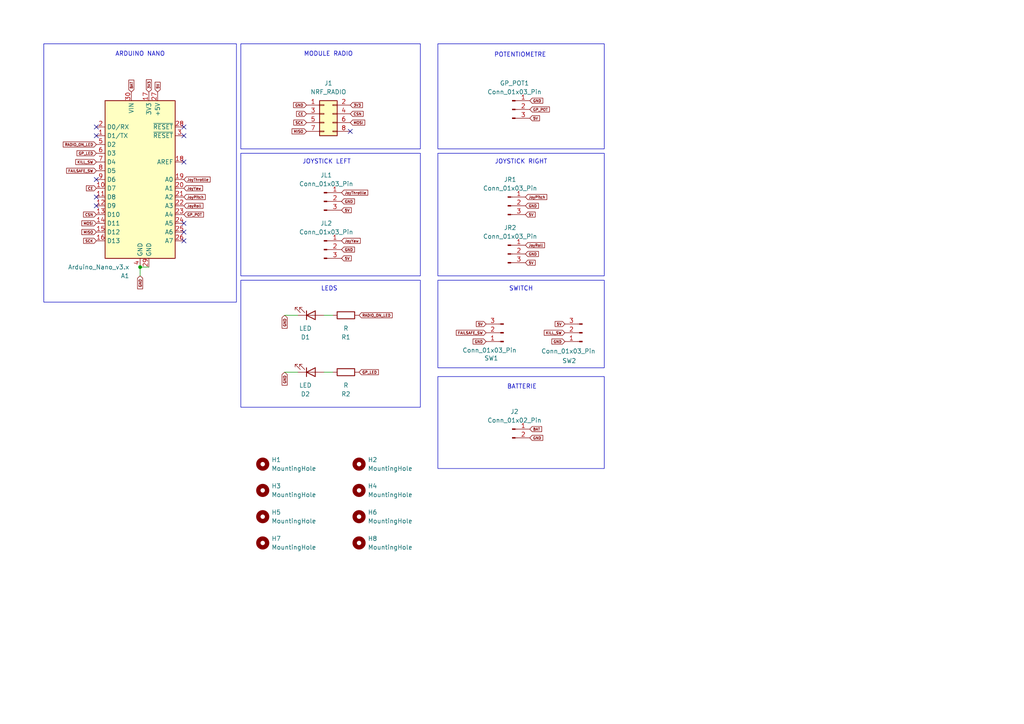
<source format=kicad_sch>
(kicad_sch (version 20250114) (generator "eeschema") (generator_version "9.0")
  (paper "A4")
  (lib_symbols
    (symbol "Connector:Conn_01x02_Pin" (pin_names (offset 1.016) (hide yes))
      (property "Reference" "J" (at 0 2.54 0))
      (property "Value" "Conn_01x02_Pin" (at 0 -5.08 0))
      (symbol "Conn_01x02_Pin_1_1"
        (rectangle (start 0.8636 0.127) (end 0 -0.127) (stroke (width 0.1524)) (fill (type outline)))
        (rectangle (start 0.8636 -2.413) (end 0 -2.667) (stroke (width 0.1524)) (fill (type outline)))
        (polyline (pts (xy 1.27 0) (xy 0.8636 0)) (stroke (width 0.1524)))
        (polyline (pts (xy 1.27 -2.54) (xy 0.8636 -2.54)) (stroke (width 0.1524)))
        (pin passive line (at 5.08 0 180) (length 3.81) (name "Pin_1") (number "1"))
        (pin passive line (at 5.08 -2.54 180) (length 3.81) (name "Pin_2") (number "2"))
      )
    )
    (symbol "Connector:Conn_01x03_Pin" (pin_names (offset 1.016) (hide yes))
      (property "Reference" "J" (at 0 5.08 0))
      (property "Value" "Conn_01x03_Pin" (at 0 -5.08 0))
      (symbol "Conn_01x03_Pin_1_1"
        (rectangle (start 0.8636 2.667) (end 0 2.413) (stroke (width 0.1524)) (fill (type outline)))
        (rectangle (start 0.8636 0.127) (end 0 -0.127) (stroke (width 0.1524)) (fill (type outline)))
        (rectangle (start 0.8636 -2.413) (end 0 -2.667) (stroke (width 0.1524)) (fill (type outline)))
        (polyline (pts (xy 1.27 2.54) (xy 0.8636 2.54)) (stroke (width 0.1524)))
        (polyline (pts (xy 1.27 0) (xy 0.8636 0)) (stroke (width 0.1524)))
        (polyline (pts (xy 1.27 -2.54) (xy 0.8636 -2.54)) (stroke (width 0.1524)))
        (pin passive line (at 5.08 2.54 180) (length 3.81) (name "Pin_1") (number "1"))
        (pin passive line (at 5.08 0 180) (length 3.81) (name "Pin_2") (number "2"))
        (pin passive line (at 5.08 -2.54 180) (length 3.81) (name "Pin_3") (number "3"))
      )
    )
    (symbol "Connector_Generic:Conn_02x04_Odd_Even" (pin_names (offset 1.016) (hide yes))
      (property "Reference" "J" (at 1.27 5.08 0))
      (property "Value" "Conn_02x04_Odd_Even" (at 1.27 -7.62 0))
      (symbol "Conn_02x04_Odd_Even_1_1"
        (rectangle (start -1.27 3.81) (end 3.81 -6.35) (stroke (width 0.254)) (fill (type background)))
        (rectangle (start -1.27 2.667) (end 0 2.413) (stroke (width 0.1524)))
        (rectangle (start -1.27 0.127) (end 0 -0.127) (stroke (width 0.1524)))
        (rectangle (start -1.27 -2.413) (end 0 -2.667) (stroke (width 0.1524)))
        (rectangle (start -1.27 -4.953) (end 0 -5.207) (stroke (width 0.1524)))
        (rectangle (start 3.81 2.667) (end 2.54 2.413) (stroke (width 0.1524)))
        (rectangle (start 3.81 0.127) (end 2.54 -0.127) (stroke (width 0.1524)))
        (rectangle (start 3.81 -2.413) (end 2.54 -2.667) (stroke (width 0.1524)))
        (rectangle (start 3.81 -4.953) (end 2.54 -5.207) (stroke (width 0.1524)))
        (pin passive line (at -5.08 2.54 0) (length 3.81) (name "Pin_1") (number "1"))
        (pin passive line (at -5.08 0 0) (length 3.81) (name "Pin_3") (number "3"))
        (pin passive line (at -5.08 -2.54 0) (length 3.81) (name "Pin_5") (number "5"))
        (pin passive line (at -5.08 -5.08 0) (length 3.81) (name "Pin_7") (number "7"))
        (pin passive line (at 7.62 2.54 180) (length 3.81) (name "Pin_2") (number "2"))
        (pin passive line (at 7.62 0 180) (length 3.81) (name "Pin_4") (number "4"))
        (pin passive line (at 7.62 -2.54 180) (length 3.81) (name "Pin_6") (number "6"))
        (pin passive line (at 7.62 -5.08 180) (length 3.81) (name "Pin_8") (number "8"))
      )
    )
    (symbol "Device:LED" (pin_numbers (hide yes)) (pin_names (offset 1.016) (hide yes))
      (property "Reference" "D" (at 0 2.54 0))
      (property "Value" "LED" (at 0 -2.54 0))
      (symbol "LED_0_1"
        (polyline (pts (xy -3.048 -0.762) (xy -4.572 -2.286) (xy -3.81 -2.286) (xy -4.572 -2.286) (xy -4.572 -1.524)))
        (polyline (pts (xy -1.778 -0.762) (xy -3.302 -2.286) (xy -2.54 -2.286) (xy -3.302 -2.286) (xy -3.302 -1.524)))
        (polyline (pts (xy -1.27 0) (xy 1.27 0)))
        (polyline (pts (xy -1.27 -1.27) (xy -1.27 1.27)) (stroke (width 0.254)))
        (polyline (pts (xy 1.27 -1.27) (xy 1.27 1.27) (xy -1.27 0) (xy 1.27 -1.27)) (stroke (width 0.254)))
      )
      (symbol "LED_1_1"
        (pin passive line (at -3.81 0 0) (length 2.54) (name "K") (number "1"))
        (pin passive line (at 3.81 0 180) (length 2.54) (name "A") (number "2"))
      )
    )
    (symbol "Device:R" (pin_numbers (hide yes)) (pin_names (offset 0))
      (property "Reference" "R" (at 2.032 0 90))
      (property "Value" "R" (at 0 0 90))
      (symbol "R_0_1"
        (rectangle (start -1.016 -2.54) (end 1.016 2.54) (stroke (width 0.254)))
      )
      (symbol "R_1_1"
        (pin passive line (at 0 3.81 270) (length 1.27) (name "~") (number "1"))
        (pin passive line (at 0 -3.81 90) (length 1.27) (name "~") (number "2"))
      )
    )
    (symbol "MCU_Module:Arduino_Nano_v3.x"
      (property "Reference" "A" (at -10.16 23.495 0))
      (property "Value" "Arduino_Nano_v3.x" (at 5.08 -24.13 0))
      (symbol "Arduino_Nano_v3.x_0_1"
        (rectangle (start -10.16 22.86) (end 10.16 -22.86) (stroke (width 0.254)) (fill (type background)))
      )
      (symbol "Arduino_Nano_v3.x_1_1"
        (pin bidirectional line (at -12.7 15.24 0) (length 2.54) (name "D0/RX") (number "2"))
        (pin bidirectional line (at -12.7 12.7 0) (length 2.54) (name "D1/TX") (number "1"))
        (pin bidirectional line (at -12.7 10.16 0) (length 2.54) (name "D2") (number "5"))
        (pin bidirectional line (at -12.7 7.62 0) (length 2.54) (name "D3") (number "6"))
        (pin bidirectional line (at -12.7 5.08 0) (length 2.54) (name "D4") (number "7"))
        (pin bidirectional line (at -12.7 2.54 0) (length 2.54) (name "D5") (number "8"))
        (pin bidirectional line (at -12.7 0 0) (length 2.54) (name "D6") (number "9"))
        (pin bidirectional line (at -12.7 -2.54 0) (length 2.54) (name "D7") (number "10"))
        (pin bidirectional line (at -12.7 -5.08 0) (length 2.54) (name "D8") (number "11"))
        (pin bidirectional line (at -12.7 -7.62 0) (length 2.54) (name "D9") (number "12"))
        (pin bidirectional line (at -12.7 -10.16 0) (length 2.54) (name "D10") (number "13"))
        (pin bidirectional line (at -12.7 -12.7 0) (length 2.54) (name "D11") (number "14"))
        (pin bidirectional line (at -12.7 -15.24 0) (length 2.54) (name "D12") (number "15"))
        (pin bidirectional line (at -12.7 -17.78 0) (length 2.54) (name "D13") (number "16"))
        (pin power_in line (at -2.54 25.4 270) (length 2.54) (name "VIN") (number "30"))
        (pin power_in line (at 0 -25.4 90) (length 2.54) (name "GND") (number "4"))
        (pin power_out line (at 2.54 25.4 270) (length 2.54) (name "3V3") (number "17"))
        (pin power_in line (at 2.54 -25.4 90) (length 2.54) (name "GND") (number "29"))
        (pin power_out line (at 5.08 25.4 270) (length 2.54) (name "+5V") (number "27"))
        (pin input line (at 12.7 15.24 180) (length 2.54) (name "~{RESET}") (number "28"))
        (pin input line (at 12.7 12.7 180) (length 2.54) (name "~{RESET}") (number "3"))
        (pin input line (at 12.7 5.08 180) (length 2.54) (name "AREF") (number "18"))
        (pin bidirectional line (at 12.7 0 180) (length 2.54) (name "A0") (number "19"))
        (pin bidirectional line (at 12.7 -2.54 180) (length 2.54) (name "A1") (number "20"))
        (pin bidirectional line (at 12.7 -5.08 180) (length 2.54) (name "A2") (number "21"))
        (pin bidirectional line (at 12.7 -7.62 180) (length 2.54) (name "A3") (number "22"))
        (pin bidirectional line (at 12.7 -10.16 180) (length 2.54) (name "A4") (number "23"))
        (pin bidirectional line (at 12.7 -12.7 180) (length 2.54) (name "A5") (number "24"))
        (pin bidirectional line (at 12.7 -15.24 180) (length 2.54) (name "A6") (number "25"))
        (pin bidirectional line (at 12.7 -17.78 180) (length 2.54) (name "A7") (number "26"))
      )
    )
    (symbol "Mechanical:MountingHole" (pin_names (offset 1.016)) (in_bom no)
      (property "Reference" "H" (at 0 5.08 0))
      (property "Value" "MountingHole" (at 0 3.175 0))
      (symbol "MountingHole_0_1"
        (circle (center 0 0) (radius 1.27) (stroke (width 1.27)))
      )
    )
  )
  (rectangle (start 69.85 44.45) (end 121.92 80.01))
  (rectangle (start 127 44.45) (end 175.26 80.01))
  (rectangle (start 69.85 12.7) (end 121.92 43.18))
  (rectangle (start 127 12.7) (end 175.26 43.18))
  (rectangle (start 69.85 81.28) (end 121.92 118.11))
  (rectangle (start 127 109.22) (end 175.26 135.89))
  (rectangle (start 127 81.28) (end 175.26 106.68))
  (rectangle (start 12.7 12.7) (end 68.58 87.63))
  (text "JOYSTICK LEFT" (at 94.742 46.99 0) (effects (font (size 1.27 1.27))))
  (text "JOYSTICK RIGHT" (at 151.13 46.99 0) (effects (font (size 1.27 1.27))))
  (text "MODULE RADIO" (at 95.25 15.748 0) (effects (font (size 1.27 1.27))))
  (text "SWITCH" (at 151.13 83.82 0) (effects (font (size 1.27 1.27))))
  (text "LEDS" (at 95.504 83.82 0) (effects (font (size 1.27 1.27))))
  (text "BATTERIE" (at 151.384 112.268 0) (effects (font (size 1.27 1.27))))
  (text "POTENTIOMETRE" (at 150.876 16.002 0) (effects (font (size 1.27 1.27))))
  (text "ARDUINO NANO" (at 40.64 15.748 0) (effects (font (size 1.27 1.27))))
  (junction (at 40.64 77.47))
  (no_connect (at 27.94 59.69))
  (no_connect (at 53.34 69.85))
  (no_connect (at 53.34 46.99))
  (no_connect (at 27.94 39.37))
  (no_connect (at 53.34 39.37))
  (no_connect (at 53.34 36.83))
  (no_connect (at 27.94 36.83))
  (no_connect (at 27.94 57.15))
  (no_connect (at 101.6 38.1))
  (no_connect (at 27.94 52.07))
  (no_connect (at 53.34 64.77))
  (no_connect (at 53.34 67.31))
  (wire (pts (xy 40.64 80.01) (xy 40.64 77.47)))
  (wire (pts (xy 82.55 107.95) (xy 86.36 107.95)))
  (wire (pts (xy 82.55 91.44) (xy 86.36 91.44)))
  (wire (pts (xy 93.98 107.95) (xy 96.52 107.95)))
  (wire (pts (xy 93.98 91.44) (xy 96.52 91.44)))
  (wire (pts (xy 43.18 77.47) (xy 40.64 77.47)))
  (global_label "5V" (shape input) (at 99.06 60.96 0) (effects (font (size 0.762 0.762))) (property "Intersheetrefs" "${INTERSHEET_REFS}" (effects (hide yes))))
  (global_label "MISO" (shape input) (at 27.94 67.31 180) (effects (font (size 0.762 0.762))) (property "Intersheetrefs" "${INTERSHEET_REFS}" (effects (hide yes))))
  (global_label "GP_POT" (shape input) (at 153.67 31.75 0) (effects (font (size 0.762 0.762))) (property "Intersheetrefs" "${INTERSHEET_REFS}" (effects (hide yes))))
  (global_label "KILL_SW" (shape input) (at 163.83 96.52 180) (effects (font (size 0.762 0.762))) (property "Intersheetrefs" "${INTERSHEET_REFS}" (effects (hide yes))))
  (global_label "MISO" (shape input) (at 88.9 38.1 180) (effects (font (size 0.762 0.762))) (property "Intersheetrefs" "${INTERSHEET_REFS}" (effects (hide yes))))
  (global_label "MOSI" (shape input) (at 27.94 64.77 180) (effects (font (size 0.762 0.762))) (property "Intersheetrefs" "${INTERSHEET_REFS}" (effects (hide yes))))
  (global_label "5V" (shape input) (at 45.72 26.67 90) (effects (font (size 0.762 0.762))) (property "Intersheetrefs" "${INTERSHEET_REFS}" (effects (hide yes))))
  (global_label "3V3" (shape input) (at 101.6 30.48 0) (effects (font (size 0.762 0.762))) (property "Intersheetrefs" "${INTERSHEET_REFS}" (effects (hide yes))))
  (global_label "JoyYaw" (shape input) (at 99.06 69.85 0) (effects (font (size 0.762 0.762))) (property "Intersheetrefs" "${INTERSHEET_REFS}" (effects (hide yes))))
  (global_label "JoyThrotlle" (shape input) (at 53.34 52.07 0) (effects (font (size 0.762 0.762))) (property "Intersheetrefs" "${INTERSHEET_REFS}" (effects (hide yes))))
  (global_label "MOSI" (shape input) (at 101.6 35.56 0) (effects (font (size 0.762 0.762))) (property "Intersheetrefs" "${INTERSHEET_REFS}" (effects (hide yes))))
  (global_label "GND" (shape input) (at 153.67 29.21 0) (effects (font (size 0.762 0.762))) (property "Intersheetrefs" "${INTERSHEET_REFS}" (effects (hide yes))))
  (global_label "GND" (shape input) (at 163.83 99.06 180) (effects (font (size 0.762 0.762))) (property "Intersheetrefs" "${INTERSHEET_REFS}" (effects (hide yes))))
  (global_label "KILL_SW" (shape input) (at 27.94 46.99 180) (effects (font (size 0.762 0.762))) (property "Intersheetrefs" "${INTERSHEET_REFS}" (effects (hide yes))))
  (global_label "FAILSAFE_SW" (shape input) (at 27.94 49.53 180) (effects (font (size 0.762 0.762))) (property "Intersheetrefs" "${INTERSHEET_REFS}" (effects (hide yes))))
  (global_label "SCK" (shape input) (at 27.94 69.85 180) (effects (font (size 0.762 0.762))) (property "Intersheetrefs" "${INTERSHEET_REFS}" (effects (hide yes))))
  (global_label "5V" (shape input) (at 152.4 76.2 0) (effects (font (size 0.762 0.762))) (property "Intersheetrefs" "${INTERSHEET_REFS}" (effects (hide yes))))
  (global_label "BAT" (shape input) (at 38.1 26.67 90) (effects (font (size 0.762 0.762))) (property "Intersheetrefs" "${INTERSHEET_REFS}" (effects (hide yes))))
  (global_label "SCK" (shape input) (at 88.9 35.56 180) (effects (font (size 0.762 0.762))) (property "Intersheetrefs" "${INTERSHEET_REFS}" (effects (hide yes))))
  (global_label "3V3" (shape input) (at 43.18 26.67 90) (effects (font (size 0.762 0.762))) (property "Intersheetrefs" "${INTERSHEET_REFS}" (effects (hide yes))))
  (global_label "CSN" (shape input) (at 101.6 33.02 0) (effects (font (size 0.762 0.762))) (property "Intersheetrefs" "${INTERSHEET_REFS}" (effects (hide yes))))
  (global_label "GND" (shape input) (at 40.64 80.01 270) (effects (font (size 0.762 0.762))) (property "Intersheetrefs" "${INTERSHEET_REFS}" (effects (hide yes))))
  (global_label "JoyPitch" (shape input) (at 152.4 57.15 0) (effects (font (size 0.762 0.762))) (property "Intersheetrefs" "${INTERSHEET_REFS}" (effects (hide yes))))
  (global_label "JoyRoll" (shape input) (at 53.34 59.69 0) (effects (font (size 0.762 0.762))) (property "Intersheetrefs" "${INTERSHEET_REFS}" (effects (hide yes))))
  (global_label "FAILSAFE_SW" (shape input) (at 140.97 96.52 180) (effects (font (size 0.762 0.762))) (property "Intersheetrefs" "${INTERSHEET_REFS}" (effects (hide yes))))
  (global_label "RADIO_ON_LED" (shape input) (at 27.94 41.91 180) (effects (font (size 0.762 0.762))) (property "Intersheetrefs" "${INTERSHEET_REFS}" (effects (hide yes))))
  (global_label "GND" (shape input) (at 82.55 91.44 270) (effects (font (size 0.762 0.762))) (property "Intersheetrefs" "${INTERSHEET_REFS}" (effects (hide yes))))
  (global_label "GND" (shape input) (at 152.4 73.66 0) (effects (font (size 0.762 0.762))) (property "Intersheetrefs" "${INTERSHEET_REFS}" (effects (hide yes))))
  (global_label "5V" (shape input) (at 152.4 62.23 0) (effects (font (size 0.762 0.762))) (property "Intersheetrefs" "${INTERSHEET_REFS}" (effects (hide yes))))
  (global_label "GP_POT" (shape input) (at 53.34 62.23 0) (effects (font (size 0.762 0.762))) (property "Intersheetrefs" "${INTERSHEET_REFS}" (effects (hide yes))))
  (global_label "JoyPitch" (shape input) (at 53.34 57.15 0) (effects (font (size 0.762 0.762))) (property "Intersheetrefs" "${INTERSHEET_REFS}" (effects (hide yes))))
  (global_label "5V" (shape input) (at 163.83 93.98 180) (effects (font (size 0.762 0.762))) (property "Intersheetrefs" "${INTERSHEET_REFS}" (effects (hide yes))))
  (global_label "JoyRoll" (shape input) (at 152.4 71.12 0) (effects (font (size 0.762 0.762))) (property "Intersheetrefs" "${INTERSHEET_REFS}" (effects (hide yes))))
  (global_label "GP_LED" (shape input) (at 27.94 44.45 180) (effects (font (size 0.762 0.762))) (property "Intersheetrefs" "${INTERSHEET_REFS}" (effects (hide yes))))
  (global_label "CE" (shape input) (at 27.94 54.61 180) (effects (font (size 0.762 0.762))) (property "Intersheetrefs" "${INTERSHEET_REFS}" (effects (hide yes))))
  (global_label "5V" (shape input) (at 153.67 34.29 0) (effects (font (size 0.762 0.762))) (property "Intersheetrefs" "${INTERSHEET_REFS}" (effects (hide yes))))
  (global_label "GND" (shape input) (at 88.9 30.48 180) (effects (font (size 0.762 0.762))) (property "Intersheetrefs" "${INTERSHEET_REFS}" (effects (hide yes))))
  (global_label "JoyThrotlle" (shape input) (at 99.06 55.88 0) (effects (font (size 0.762 0.762))) (property "Intersheetrefs" "${INTERSHEET_REFS}" (effects (hide yes))))
  (global_label "GP_LED" (shape input) (at 104.14 107.95 0) (effects (font (size 0.762 0.762))) (property "Intersheetrefs" "${INTERSHEET_REFS}" (effects (hide yes))))
  (global_label "CE" (shape input) (at 88.9 33.02 180) (effects (font (size 0.762 0.762))) (property "Intersheetrefs" "${INTERSHEET_REFS}" (effects (hide yes))))
  (global_label "GND" (shape input) (at 82.55 107.95 270) (effects (font (size 0.762 0.762))) (property "Intersheetrefs" "${INTERSHEET_REFS}" (effects (hide yes))))
  (global_label "RADIO_ON_LED" (shape input) (at 104.14 91.44 0) (effects (font (size 0.762 0.762))) (property "Intersheetrefs" "${INTERSHEET_REFS}" (effects (hide yes))))
  (global_label "CSN" (shape input) (at 27.94 62.23 180) (effects (font (size 0.762 0.762))) (property "Intersheetrefs" "${INTERSHEET_REFS}" (effects (hide yes))))
  (global_label "5V" (shape input) (at 99.06 74.93 0) (effects (font (size 0.762 0.762))) (property "Intersheetrefs" "${INTERSHEET_REFS}" (effects (hide yes))))
  (global_label "BAT" (shape input) (at 153.67 124.46 0) (effects (font (size 0.762 0.762))) (property "Intersheetrefs" "${INTERSHEET_REFS}" (effects (hide yes))))
  (global_label "GND" (shape input) (at 152.4 59.69 0) (effects (font (size 0.762 0.762))) (property "Intersheetrefs" "${INTERSHEET_REFS}" (effects (hide yes))))
  (global_label "GND" (shape input) (at 99.06 72.39 0) (effects (font (size 0.762 0.762))) (property "Intersheetrefs" "${INTERSHEET_REFS}" (effects (hide yes))))
  (global_label "GND" (shape input) (at 99.06 58.42 0) (effects (font (size 0.762 0.762))) (property "Intersheetrefs" "${INTERSHEET_REFS}" (effects (hide yes))))
  (global_label "GND" (shape input) (at 140.97 99.06 180) (effects (font (size 0.762 0.762))) (property "Intersheetrefs" "${INTERSHEET_REFS}" (effects (hide yes))))
  (global_label "GND" (shape input) (at 153.67 127 0) (effects (font (size 0.762 0.762))) (property "Intersheetrefs" "${INTERSHEET_REFS}" (effects (hide yes))))
  (global_label "JoyYaw" (shape input) (at 53.34 54.61 0) (effects (font (size 0.762 0.762))) (property "Intersheetrefs" "${INTERSHEET_REFS}" (effects (hide yes))))
  (global_label "5V" (shape input) (at 140.97 93.98 180) (effects (font (size 0.762 0.762))) (property "Intersheetrefs" "${INTERSHEET_REFS}" (effects (hide yes))))
  (symbol (lib_id "Device:LED") (at 90.17 91.44 0) (mirror x) (unit 1)
    (property "Reference" "D1" (at 88.5825 97.79 0))
    (property "Value" "LED" (at 88.5825 95.25 0))
    (property "Footprint" "LED_SMD:LED_0603_1608Metric_Pad1.05x0.95mm_HandSolder" (effects (hide yes)))
    (property "Description" "Light emitting diode" (effects (hide yes)))
    (property "Sim.Pins" "1=K 2=A" (effects (hide yes)))
  )
  (symbol (lib_id "Connector:Conn_01x03_Pin") (at 93.98 72.39 0) (unit 1)
    (property "Reference" "JL2" (at 94.615 64.77 0))
    (property "Value" "Conn_01x03_Pin" (at 94.615 67.31 0))
    (property "Footprint" "Connector_PinHeader_2.54mm:PinHeader_1x03_P2.54mm_Vertical" (effects (hide yes)))
    (property "Description" "Generic connector, single row, 01x03, script generated" (effects (hide yes)))
  )
  (symbol (lib_id "Device:LED") (at 90.17 107.95 0) (mirror x) (unit 1)
    (property "Reference" "D2" (at 88.5825 114.3 0))
    (property "Value" "LED" (at 88.5825 111.76 0))
    (property "Footprint" "LED_SMD:LED_0603_1608Metric_Pad1.05x0.95mm_HandSolder" (effects (hide yes)))
    (property "Description" "Light emitting diode" (effects (hide yes)))
    (property "Sim.Pins" "1=K 2=A" (effects (hide yes)))
  )
  (symbol (lib_id "Mechanical:MountingHole") (at 104.14 149.86 0) (unit 1) (in_bom no)
    (property "Reference" "H6" (at 106.68 148.5899 0) (effects (justify left)))
    (property "Value" "MountingHole" (at 106.68 151.1299 0) (effects (justify left)))
    (property "Footprint" "MountingHole:MountingHole_3.2mm_M3_Pad" (effects (hide yes)))
    (property "Description" "Mounting Hole without connection" (effects (hide yes)))
  )
  (symbol (lib_id "Connector:Conn_01x03_Pin") (at 168.91 96.52 180) (unit 1)
    (property "Reference" "SW2" (at 165.1 104.648 0))
    (property "Value" "Conn_01x03_Pin" (at 164.846 101.854 0))
    (property "Footprint" "Connector_PinHeader_2.54mm:PinHeader_1x03_P2.54mm_Vertical" (effects (hide yes)))
    (property "Description" "Generic connector, single row, 01x03, script generated" (effects (hide yes)))
  )
  (symbol (lib_id "MCU_Module:Arduino_Nano_v3.x") (at 40.64 52.07 0) (unit 1)
    (property "Reference" "A1" (at 37.5219 80.01 0) (effects (justify right)))
    (property "Value" "Arduino_Nano_v3.x" (at 37.5219 77.47 0) (effects (justify right)))
    (property "Footprint" "Module:Arduino_Nano" (effects (hide yes)))
    (property "Datasheet" "http://www.mouser.com/pdfdocs/Gravitech_Arduino_Nano3_0.pdf" (effects (hide yes)))
    (property "Description" "Arduino Nano v3.x" (effects (hide yes)))
  )
  (symbol (lib_id "Mechanical:MountingHole") (at 76.2 149.86 0) (unit 1) (in_bom no)
    (property "Reference" "H5" (at 78.74 148.5899 0) (effects (justify left)))
    (property "Value" "MountingHole" (at 78.74 151.1299 0) (effects (justify left)))
    (property "Footprint" "MountingHole:MountingHole_3.2mm_M3_Pad" (effects (hide yes)))
    (property "Description" "Mounting Hole without connection" (effects (hide yes)))
  )
  (symbol (lib_id "Connector:Conn_01x03_Pin") (at 146.05 96.52 180) (unit 1)
    (property "Reference" "SW1" (at 142.494 103.886 0))
    (property "Value" "Conn_01x03_Pin" (at 141.986 101.6 0))
    (property "Footprint" "Connector_PinHeader_2.54mm:PinHeader_1x03_P2.54mm_Vertical" (effects (hide yes)))
    (property "Description" "Generic connector, single row, 01x03, script generated" (effects (hide yes)))
  )
  (symbol (lib_id "Connector:Conn_01x03_Pin") (at 147.32 59.69 0) (unit 1)
    (property "Reference" "JR1" (at 147.955 52.07 0))
    (property "Value" "Conn_01x03_Pin" (at 147.955 54.61 0))
    (property "Footprint" "Connector_PinHeader_2.54mm:PinHeader_1x03_P2.54mm_Vertical" (effects (hide yes)))
    (property "Description" "Generic connector, single row, 01x03, script generated" (effects (hide yes)))
  )
  (symbol (lib_id "Mechanical:MountingHole") (at 76.2 142.24 0) (unit 1) (in_bom no)
    (property "Reference" "H3" (at 78.74 140.9699 0) (effects (justify left)))
    (property "Value" "MountingHole" (at 78.74 143.5099 0) (effects (justify left)))
    (property "Footprint" "MountingHole:MountingHole_3.2mm_M3_Pad" (effects (hide yes)))
    (property "Description" "Mounting Hole without connection" (effects (hide yes)))
  )
  (symbol (lib_id "Mechanical:MountingHole") (at 104.14 134.62 0) (unit 1) (in_bom no)
    (property "Reference" "H2" (at 106.68 133.3499 0) (effects (justify left)))
    (property "Value" "MountingHole" (at 106.68 135.8899 0) (effects (justify left)))
    (property "Footprint" "MountingHole:MountingHole_3.2mm_M3_Pad" (effects (hide yes)))
    (property "Description" "Mounting Hole without connection" (effects (hide yes)))
  )
  (symbol (lib_id "Connector:Conn_01x02_Pin") (at 148.59 124.46 0) (unit 1)
    (property "Reference" "J2" (at 149.225 119.38 0))
    (property "Value" "Conn_01x02_Pin" (at 149.225 121.92 0))
    (property "Footprint" "Connector_PinHeader_2.54mm:PinHeader_1x02_P2.54mm_Vertical" (effects (hide yes)))
    (property "Description" "Generic connector, single row, 01x02, script generated" (effects (hide yes)))
  )
  (symbol (lib_id "Device:R") (at 100.33 91.44 90) (mirror x) (unit 1)
    (property "Reference" "R1" (at 100.33 97.79 90))
    (property "Value" "R" (at 100.33 95.25 90))
    (property "Footprint" "Resistor_SMD:R_0603_1608Metric_Pad0.98x0.95mm_HandSolder" (effects (hide yes)))
    (property "Description" "Resistor" (effects (hide yes)))
  )
  (symbol (lib_id "Mechanical:MountingHole") (at 104.14 142.24 0) (unit 1) (in_bom no)
    (property "Reference" "H4" (at 106.68 140.9699 0) (effects (justify left)))
    (property "Value" "MountingHole" (at 106.68 143.5099 0) (effects (justify left)))
    (property "Footprint" "MountingHole:MountingHole_3.2mm_M3_Pad" (effects (hide yes)))
    (property "Description" "Mounting Hole without connection" (effects (hide yes)))
  )
  (symbol (lib_id "Mechanical:MountingHole") (at 104.14 157.48 0) (unit 1) (in_bom no)
    (property "Reference" "H8" (at 106.68 156.2099 0) (effects (justify left)))
    (property "Value" "MountingHole" (at 106.68 158.7499 0) (effects (justify left)))
    (property "Footprint" "MountingHole:MountingHole_3.2mm_M3_Pad" (effects (hide yes)))
    (property "Description" "Mounting Hole without connection" (effects (hide yes)))
  )
  (symbol (lib_id "Connector:Conn_01x03_Pin") (at 147.32 73.66 0) (unit 1)
    (property "Reference" "JR2" (at 147.955 66.04 0))
    (property "Value" "Conn_01x03_Pin" (at 147.955 68.58 0))
    (property "Footprint" "Connector_PinHeader_2.54mm:PinHeader_1x03_P2.54mm_Vertical" (effects (hide yes)))
    (property "Description" "Generic connector, single row, 01x03, script generated" (effects (hide yes)))
  )
  (symbol (lib_id "Connector_Generic:Conn_02x04_Odd_Even") (at 93.98 33.02 0) (unit 1)
    (property "Reference" "J1" (at 95.25 24.13 0))
    (property "Value" "NRF_RADIO" (at 95.25 26.67 0))
    (property "Footprint" "Connector_PinHeader_2.54mm:PinHeader_2x04_P2.54mm_Vertical" (effects (hide yes)))
    (property "Description" "Generic connector, double row, 02x04, odd/even pin numbering scheme (row 1 odd numbers, row 2 even numbers), script generated (kicad-library-utils/schlib/autogen/connector/)" (effects (hide yes)))
  )
  (symbol (lib_id "Connector:Conn_01x03_Pin") (at 93.98 58.42 0) (unit 1)
    (property "Reference" "JL1" (at 94.615 50.8 0))
    (property "Value" "Conn_01x03_Pin" (at 94.615 53.34 0))
    (property "Footprint" "Connector_PinHeader_2.54mm:PinHeader_1x03_P2.54mm_Vertical" (effects (hide yes)))
    (property "Description" "Generic connector, single row, 01x03, script generated" (effects (hide yes)))
  )
  (symbol (lib_id "Mechanical:MountingHole") (at 76.2 134.62 0) (unit 1) (in_bom no)
    (property "Reference" "H1" (at 78.74 133.3499 0) (effects (justify left)))
    (property "Value" "MountingHole" (at 78.74 135.8899 0) (effects (justify left)))
    (property "Footprint" "MountingHole:MountingHole_3.2mm_M3_Pad" (effects (hide yes)))
    (property "Description" "Mounting Hole without connection" (effects (hide yes)))
  )
  (symbol (lib_id "Device:R") (at 100.33 107.95 90) (mirror x) (unit 1)
    (property "Reference" "R2" (at 100.33 114.3 90))
    (property "Value" "R" (at 100.33 111.76 90))
    (property "Footprint" "Resistor_SMD:R_0603_1608Metric_Pad0.98x0.95mm_HandSolder" (effects (hide yes)))
    (property "Description" "Resistor" (effects (hide yes)))
  )
  (symbol (lib_id "Mechanical:MountingHole") (at 76.2 157.48 0) (unit 1) (in_bom no)
    (property "Reference" "H7" (at 78.74 156.2099 0) (effects (justify left)))
    (property "Value" "MountingHole" (at 78.74 158.7499 0) (effects (justify left)))
    (property "Footprint" "MountingHole:MountingHole_3.2mm_M3_Pad" (effects (hide yes)))
    (property "Description" "Mounting Hole without connection" (effects (hide yes)))
  )
  (symbol (lib_id "Connector:Conn_01x03_Pin") (at 148.59 31.75 0) (unit 1)
    (property "Reference" "GP_POT1" (at 149.225 24.13 0))
    (property "Value" "Conn_01x03_Pin" (at 149.225 26.67 0))
    (property "Footprint" "Connector_PinHeader_2.54mm:PinHeader_1x03_P2.54mm_Vertical" (effects (hide yes)))
    (property "Description" "Generic connector, single row, 01x03, script generated" (effects (hide yes)))
  )
)
</source>
